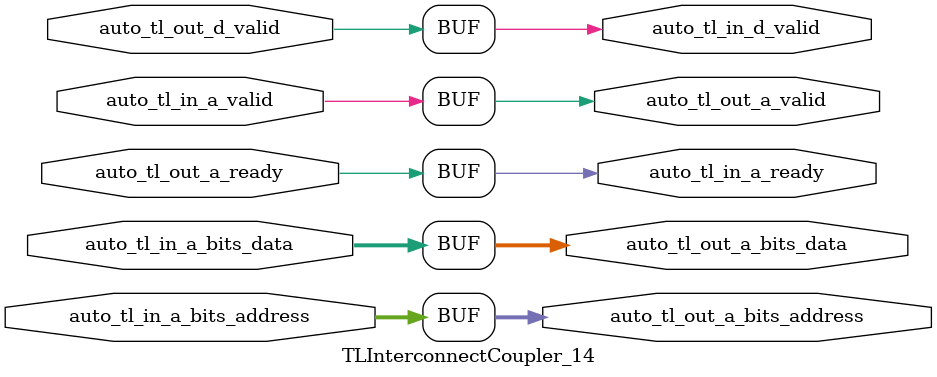
<source format=sv>

`ifndef PRINTF_COND_
  `ifdef PRINTF_COND
    `define PRINTF_COND_ (`PRINTF_COND)
  `else  // PRINTF_COND
    `define PRINTF_COND_ 1
  `endif // PRINTF_COND
`endif // not def PRINTF_COND_

module TLInterconnectCoupler_14(
  input         auto_tl_in_a_valid,
  input  [28:0] auto_tl_in_a_bits_address,
  input  [63:0] auto_tl_in_a_bits_data,
  input         auto_tl_out_a_ready,
                auto_tl_out_d_valid,
  output        auto_tl_in_a_ready,
                auto_tl_in_d_valid,
                auto_tl_out_a_valid,
  output [28:0] auto_tl_out_a_bits_address,
  output [63:0] auto_tl_out_a_bits_data
);

  assign auto_tl_in_a_ready = auto_tl_out_a_ready;
  assign auto_tl_in_d_valid = auto_tl_out_d_valid;
  assign auto_tl_out_a_valid = auto_tl_in_a_valid;
  assign auto_tl_out_a_bits_address = auto_tl_in_a_bits_address;
  assign auto_tl_out_a_bits_data = auto_tl_in_a_bits_data;
endmodule


</source>
